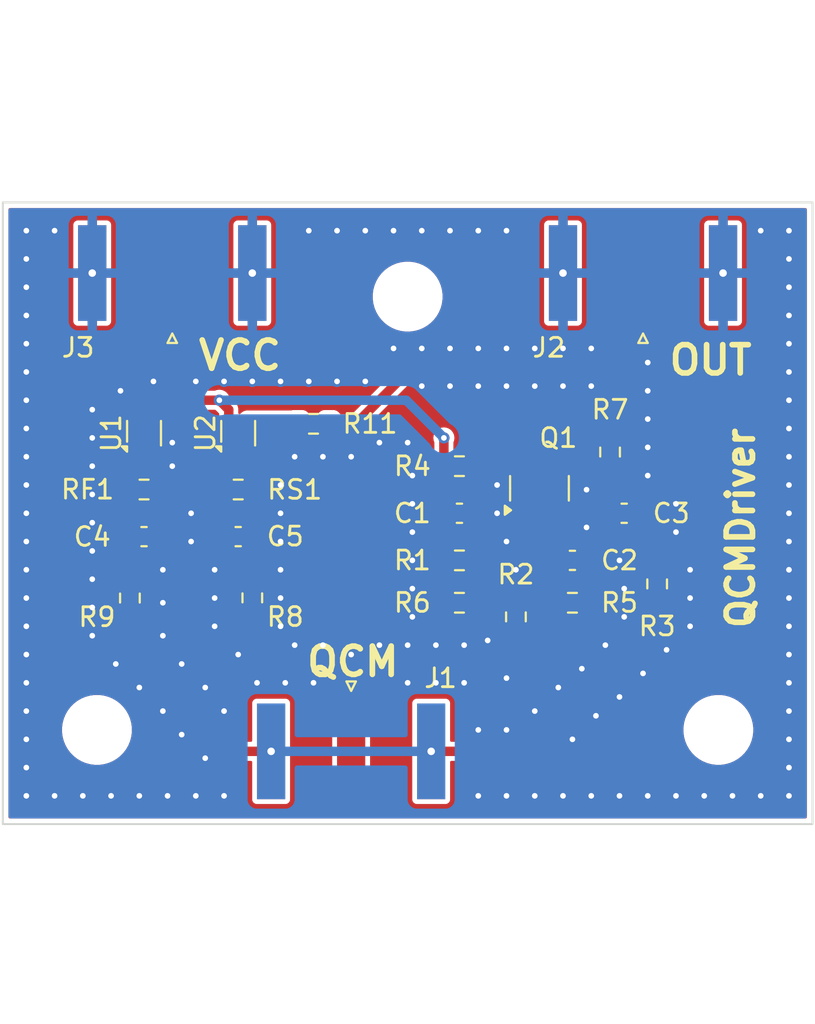
<source format=kicad_pcb>
(kicad_pcb (version 20241229) (generator "pcbnew") (generator_version "9.0")
  (layers (0 "F.Cu" signal) (2 "B.Cu" signal) (13 "F.Paste" user) (15 "B.Paste" user) (5 "F.SilkS" user "F.Silkscreen") (7 "B.SilkS" user "B.Silkscreen") (1 "F.Mask" user) (3 "B.Mask" user) (25 "Edge.Cuts" user))
  (net 0 "")
  (net 1 "/VCCOSC")
  (net 2 "GND")
  (net 3 "Net-(Q1-B)")
  (net 4 "Net-(Q1-C)")
  (net 5 "Net-(C4-Pad1)")
  (net 6 "Net-(C5-Pad1)")
  (net 7 "/QCMA")
  (net 8 "/QCMB")
  (net 9 "/OUT_OSC")
  (net 10 "Net-(R1-Pad2)")
  (net 11 "Net-(R11-Pad1)")
  (net 12 "Net-(RF1-Pad2)")
  (footprint "Connector_Coaxial:SMA_Amphenol_132289_EdgeMount" (layer "F.Cu") (at 113.25 89 90)
    (property "Reference" "J3" (at -3.96 -5 0) (layer "F.SilkS"))
    (property "Value" "Conn_Coaxial" (hide yes))
    (fp_line (start -3.71 -0.25) (end -3.71 0.25) (stroke (width 0.12)) (layer "F.SilkS"))
    (fp_line (start -3.21 0) (end -3.71 -0.25) (stroke (width 0.12)) (layer "F.SilkS"))
    (fp_line (start -3.71 0.25) (end -3.21 0) (stroke (width 0.12)) (layer "F.SilkS"))
    (pad "1" smd rect (at 0 0 180) (size 1.5 5.08) (layers "F.Cu" "F.Mask" "F.Paste") (net 1 "/VCCOSC"))
    (pad "2" smd rect (at 0 -4.25 180) (size 1.5 5.08) (layers "F.Cu" "F.Mask" "F.Paste") (net 2 "GND"))
    (pad "2" smd rect (at 0 -4.25 180) (size 1.5 5.08) (layers "B.Cu" "B.Mask" "B.Paste") (net 2 "GND"))
    (pad "2" smd rect (at 0 4.25 180) (size 1.5 5.08) (layers "F.Cu" "F.Mask" "F.Paste") (net 2 "GND"))
    (pad "2" smd rect (at 0 4.25 180) (size 1.5 5.08) (layers "B.Cu" "B.Mask" "B.Paste") (net 2 "GND"))
  )
  (footprint "Connector_Coaxial:SMA_Amphenol_132289_EdgeMount" (layer "F.Cu") (at 138.25 89 90)
    (property "Reference" "J2" (at -3.96 -5 0) (layer "F.SilkS"))
    (property "Value" "Conn_Coaxial" (hide yes))
    (fp_line (start -3.71 -0.25) (end -3.71 0.25) (stroke (width 0.12)) (layer "F.SilkS"))
    (fp_line (start -3.21 0) (end -3.71 -0.25) (stroke (width 0.12)) (layer "F.SilkS"))
    (fp_line (start -3.71 0.25) (end -3.21 0) (stroke (width 0.12)) (layer "F.SilkS"))
    (pad "1" smd rect (at 0 0 180) (size 1.5 5.08) (layers "F.Cu" "F.Mask" "F.Paste") (net 9 "/OUT_OSC"))
    (pad "2" smd rect (at 0 -4.25 180) (size 1.5 5.08) (layers "F.Cu" "F.Mask" "F.Paste") (net 2 "GND"))
    (pad "2" smd rect (at 0 -4.25 180) (size 1.5 5.08) (layers "B.Cu" "B.Mask" "B.Paste") (net 2 "GND"))
    (pad "2" smd rect (at 0 4.25 180) (size 1.5 5.08) (layers "F.Cu" "F.Mask" "F.Paste") (net 2 "GND"))
    (pad "2" smd rect (at 0 4.25 180) (size 1.5 5.08) (layers "B.Cu" "B.Mask" "B.Paste") (net 2 "GND"))
  )
  (footprint "Resistor_SMD:R_0603_1608Metric" (layer "F.Cu") (at 134.5 106.5)
    (property "Reference" "R5" (at 2.5 0 0) (layer "F.SilkS"))
    (property "Value" "47k")
    (fp_line (start -0.237258 -0.5225) (end 0.237258 -0.5225) (stroke (width 0.12)) (layer "F.SilkS"))
    (fp_line (start -0.237258 0.5225) (end 0.237258 0.5225) (stroke (width 0.12)) (layer "F.SilkS"))
    (pad "1" smd roundrect (at -0.825 0) (size 0.8 0.95) (layers "F.Cu" "F.Mask" "F.Paste") (net 10 "Net-(R1-Pad2)"))
    (pad "2" smd roundrect (at 0.825 0) (size 0.8 0.95) (layers "F.Cu" "F.Mask" "F.Paste") (net 3 "Net-(Q1-B)"))
  )
  (footprint "Resistor_SMD:R_0603_1608Metric" (layer "F.Cu") (at 131.5 107.25 90)
    (property "Reference" "R2" (at 2.25 0 180) (layer "F.SilkS"))
    (property "Value" "0")
    (fp_line (start -0.237258 -0.5225) (end 0.237258 -0.5225) (stroke (width 0.12)) (layer "F.SilkS"))
    (fp_line (start -0.237258 0.5225) (end 0.237258 0.5225) (stroke (width 0.12)) (layer "F.SilkS"))
    (pad "1" smd roundrect (at -0.825 0 90) (size 0.8 0.95) (layers "F.Cu" "F.Mask" "F.Paste") (net 7 "/QCMA"))
    (pad "2" smd roundrect (at 0.825 0 90) (size 0.8 0.95) (layers "F.Cu" "F.Mask" "F.Paste") (net 10 "Net-(R1-Pad2)"))
  )
  (footprint "Resistor_SMD:R_0603_1608Metric" (layer "F.Cu") (at 111 106.25 90)
    (property "Reference" "R9" (at -1.01 -1.75 0) (layer "F.SilkS"))
    (property "Value" "0")
    (fp_line (start -0.237258 -0.5225) (end 0.237258 -0.5225) (stroke (width 0.12)) (layer "F.SilkS"))
    (fp_line (start -0.237258 0.5225) (end 0.237258 0.5225) (stroke (width 0.12)) (layer "F.SilkS"))
    (pad "1" smd roundrect (at -0.825 0 90) (size 0.8 0.95) (layers "F.Cu" "F.Mask" "F.Paste") (net 8 "/QCMB"))
    (pad "2" smd roundrect (at 0.825 0 90) (size 0.8 0.95) (layers "F.Cu" "F.Mask" "F.Paste") (net 5 "Net-(C4-Pad1)"))
  )
  (footprint "Resistor_SMD:R_0603_1608Metric" (layer "F.Cu") (at 120.75 97)
    (property "Reference" "R11" (at 3 0 180) (layer "F.SilkS"))
    (property "Value" "0")
    (fp_line (start -0.237258 -0.5225) (end 0.237258 -0.5225) (stroke (width 0.12)) (layer "F.SilkS"))
    (fp_line (start -0.237258 0.5225) (end 0.237258 0.5225) (stroke (width 0.12)) (layer "F.SilkS"))
    (pad "1" smd roundrect (at -0.825 0) (size 0.8 0.95) (layers "F.Cu" "F.Mask" "F.Paste") (net 11 "Net-(R11-Pad1)"))
    (pad "2" smd roundrect (at 0.825 0) (size 0.8 0.95) (layers "F.Cu" "F.Mask" "F.Paste") (net 9 "/OUT_OSC"))
  )
  (footprint "Package_TO_SOT_SMD:SOT-553" (layer "F.Cu") (at 111.75 97.5 90)
    (property "Reference" "U1" (at 0 -1.74 90) (layer "F.SilkS"))
    (property "Value" "74LVC1GU04DRL")
    (fp_line (start 0.65 -0.9) (end -0.45 -0.9) (stroke (width 0.12)) (layer "F.SilkS"))
    (fp_line (start 0.65 0.9) (end -0.65 0.9) (stroke (width 0.12)) (layer "F.SilkS"))
    (fp_poly (pts (xy -0.7 -0.9) (xy -0.98 -0.9) (xy -0.7 -1.18) (xy -0.7 -0.9)) (stroke (width 0.12)) (fill yes) (layer "F.SilkS"))
    (pad "1" smd roundrect (at -0.7 -0.5 90) (size 0.45 0.3) (layers "F.Cu" "F.Mask" "F.Paste"))
    (pad "2" smd roundrect (at -0.7 0 90) (size 0.45 0.3) (layers "F.Cu" "F.Mask" "F.Paste") (net 5 "Net-(C4-Pad1)"))
    (pad "3" smd roundrect (at -0.7 0.5 90) (size 0.45 0.3) (layers "F.Cu" "F.Mask" "F.Paste") (net 2 "GND"))
    (pad "4" smd roundrect (at 0.7 0.5 90) (size 0.45 0.3) (layers "F.Cu" "F.Mask" "F.Paste") (net 12 "Net-(RF1-Pad2)"))
    (pad "5" smd roundrect (at 0.7 -0.5 90) (size 0.45 0.3) (layers "F.Cu" "F.Mask" "F.Paste") (net 1 "/VCCOSC"))
  )
  (footprint "Capacitor_SMD:C_0603_1608Metric" (layer "F.Cu") (at 116.75 102.99 180)
    (property "Reference" "C5" (at -2.5 0.01 0) (layer "F.SilkS"))
    (property "Value" "32p")
    (fp_line (start -0.14058 0.51) (end 0.14058 0.51) (stroke (width 0.12)) (layer "F.SilkS"))
    (fp_line (start -0.14058 -0.51) (end 0.14058 -0.51) (stroke (width 0.12)) (layer "F.SilkS"))
    (pad "1" smd roundrect (at -0.775 0 180) (size 0.9 0.95) (layers "F.Cu" "F.Mask" "F.Paste") (net 6 "Net-(C5-Pad1)"))
    (pad "2" smd roundrect (at 0.775 0 180) (size 0.9 0.95) (layers "F.Cu" "F.Mask" "F.Paste") (net 2 "GND"))
  )
  (footprint "Package_TO_SOT_SMD:SOT-23" (layer "F.Cu") (at 132.75 100.425 90)
    (property "Reference" "Q1" (at 2.675 1 180) (layer "F.SilkS"))
    (property "Value" "BC817")
    (fp_line (start 0 -1.56) (end 0.65 -1.56) (stroke (width 0.12)) (layer "F.SilkS"))
    (fp_line (start 0 -1.56) (end -0.65 -1.56) (stroke (width 0.12)) (layer "F.SilkS"))
    (fp_line (start 0 1.56) (end 0.65 1.56) (stroke (width 0.12)) (layer "F.SilkS"))
    (fp_line (start 0 1.56) (end -0.65 1.56) (stroke (width 0.12)) (layer "F.SilkS"))
    (fp_poly (pts (xy -1.1625 -1.51) (xy -1.4025 -1.84) (xy -0.9225 -1.84) (xy -1.1625 -1.51)) (stroke (width 0.12)) (fill yes) (layer "F.SilkS"))
    (pad "1" smd roundrect (at -0.9375 -0.95 90) (size 1.475 0.6) (layers "F.Cu" "F.Mask" "F.Paste") (net 3 "Net-(Q1-B)"))
    (pad "2" smd roundrect (at -0.9375 0.95 90) (size 1.475 0.6) (layers "F.Cu" "F.Mask" "F.Paste") (net 2 "GND"))
    (pad "3" smd roundrect (at 0.9375 0 90) (size 1.475 0.6) (layers "F.Cu" "F.Mask" "F.Paste") (net 4 "Net-(Q1-C)"))
  )
  (footprint "MountingHole:MountingHole_3.2mm_M3" (layer "F.Cu") (at 109.25 113.25)
    (property "Reference" "H3" (hide yes))
    (property "Value" "MountingHole")
    (pad "" np_thru_hole circle (at 0 0) (size 3.2 3.2) (drill 3.2) (layers "*.Cu" "*.Mask"))
  )
  (footprint "Capacitor_SMD:C_0603_1608Metric" (layer "F.Cu") (at 137.25 101.75)
    (property "Reference" "C3" (at 2.5 0 180) (layer "F.SilkS"))
    (property "Value" "27p")
    (fp_line (start -0.14058 -0.51) (end 0.14058 -0.51) (stroke (width 0.12)) (layer "F.SilkS"))
    (fp_line (start -0.14058 0.51) (end 0.14058 0.51) (stroke (width 0.12)) (layer "F.SilkS"))
    (pad "1" smd roundrect (at -0.775 0) (size 0.9 0.95) (layers "F.Cu" "F.Mask" "F.Paste") (net 4 "Net-(Q1-C)"))
    (pad "2" smd roundrect (at 0.775 0) (size 0.9 0.95) (layers "F.Cu" "F.Mask" "F.Paste") (net 2 "GND"))
  )
  (footprint "Resistor_SMD:R_0603_1608Metric" (layer "F.Cu") (at 128.5 104.25)
    (property "Reference" "R1" (at -2.5 0 180) (layer "F.SilkS"))
    (property "Value" "4.7k")
    (fp_line (start -0.237258 -0.5225) (end 0.237258 -0.5225) (stroke (width 0.12)) (layer "F.SilkS"))
    (fp_line (start -0.237258 0.5225) (end 0.237258 0.5225) (stroke (width 0.12)) (layer "F.SilkS"))
    (pad "1" smd roundrect (at -0.825 0) (size 0.8 0.95) (layers "F.Cu" "F.Mask" "F.Paste") (net 1 "/VCCOSC"))
    (pad "2" smd roundrect (at 0.825 0) (size 0.8 0.95) (layers "F.Cu" "F.Mask" "F.Paste") (net 10 "Net-(R1-Pad2)"))
  )
  (footprint "Resistor_SMD:R_0603_1608Metric" (layer "F.Cu") (at 111.75 100.49)
    (property "Reference" "RF1" (at -3 0 0) (layer "F.SilkS"))
    (property "Value" "2.2M")
    (fp_line (start -0.237258 -0.5225) (end 0.237258 -0.5225) (stroke (width 0.12)) (layer "F.SilkS"))
    (fp_line (start -0.237258 0.5225) (end 0.237258 0.5225) (stroke (width 0.12)) (layer "F.SilkS"))
    (pad "1" smd roundrect (at -0.825 0) (size 0.8 0.95) (layers "F.Cu" "F.Mask" "F.Paste") (net 5 "Net-(C4-Pad1)"))
    (pad "2" smd roundrect (at 0.825 0) (size 0.8 0.95) (layers "F.Cu" "F.Mask" "F.Paste") (net 12 "Net-(RF1-Pad2)"))
  )
  (footprint "Connector_Coaxial:SMA_Amphenol_132289_EdgeMount" (layer "F.Cu") (at 122.75 114.3875 -90)
    (property "Reference" "J1" (at -3.8875 -4.75 0) (layer "F.SilkS"))
    (property "Value" "Conn_Coaxial" (hide yes))
    (fp_line (start -3.71 0.25) (end -3.21 0) (stroke (width 0.12)) (layer "F.SilkS"))
    (fp_line (start -3.21 0) (end -3.71 -0.25) (stroke (width 0.12)) (layer "F.SilkS"))
    (fp_line (start -3.71 -0.25) (end -3.71 0.25) (stroke (width 0.12)) (layer "F.SilkS"))
    (pad "1" smd rect (at 0 0) (size 1.5 5.08) (layers "F.Cu" "F.Mask" "F.Paste") (net 7 "/QCMA"))
    (pad "2" smd rect (at 0 -4.25) (size 1.5 5.08) (layers "F.Cu" "F.Mask" "F.Paste") (net 8 "/QCMB"))
    (pad "2" smd rect (at 0 -4.25) (size 1.5 5.08) (layers "B.Cu" "B.Mask" "B.Paste") (net 8 "/QCMB"))
    (pad "2" smd rect (at 0 4.25) (size 1.5 5.08) (layers "F.Cu" "F.Mask" "F.Paste") (net 8 "/QCMB"))
    (pad "2" smd rect (at 0 4.25) (size 1.5 5.08) (layers "B.Cu" "B.Mask" "B.Paste") (net 8 "/QCMB"))
  )
  (footprint "MountingHole:MountingHole_3.2mm_M3" (layer "F.Cu") (at 125.75 90.25)
    (property "Reference" "H2" (hide yes))
    (property "Value" "MountingHole")
    (pad "" np_thru_hole circle (at 0 0) (size 3.2 3.2) (drill 3.2) (layers "*.Cu" "*.Mask"))
  )
  (footprint "Resistor_SMD:R_0603_1608Metric" (layer "F.Cu") (at 136.5 98.5 90)
    (property "Reference" "R7" (at 2.25 0 0) (layer "F.SilkS"))
    (property "Value" "0")
    (fp_line (start -0.237258 -0.5225) (end 0.237258 -0.5225) (stroke (width 0.12)) (layer "F.SilkS"))
    (fp_line (start -0.237258 0.5225) (end 0.237258 0.5225) (stroke (width 0.12)) (layer "F.SilkS"))
    (pad "1" smd roundrect (at -0.825 0 90) (size 0.8 0.95) (layers "F.Cu" "F.Mask" "F.Paste") (net 4 "Net-(Q1-C)"))
    (pad "2" smd roundrect (at 0.825 0 90) (size 0.8 0.95) (layers "F.Cu" "F.Mask" "F.Paste") (net 9 "/OUT_OSC"))
  )
  (footprint "Resistor_SMD:R_0603_1608Metric" (layer "F.Cu") (at 117.5 106.24 90)
    (property "Reference" "R8" (at -1.01 1.75 180) (layer "F.SilkS"))
    (property "Value" "0")
    (fp_line (start -0.237258 -0.5225) (end 0.237258 -0.5225) (stroke (width 0.12)) (layer "F.SilkS"))
    (fp_line (start -0.237258 0.5225) (end 0.237258 0.5225) (stroke (width 0.12)) (layer "F.SilkS"))
    (pad "1" smd roundrect (at -0.825 0 90) (size 0.8 0.95) (layers "F.Cu" "F.Mask" "F.Paste") (net 7 "/QCMA"))
    (pad "2" smd roundrect (at 0.825 0 90) (size 0.8 0.95) (layers "F.Cu" "F.Mask" "F.Paste") (net 6 "Net-(C5-Pad1)"))
  )
  (footprint "Resistor_SMD:R_0603_1608Metric" (layer "F.Cu") (at 139 105.5 90)
    (property "Reference" "R3" (at -2.25 0 180) (layer "F.SilkS"))
    (property "Value" "0")
    (fp_line (start -0.237258 -0.5225) (end 0.237258 -0.5225) (stroke (width 0.12)) (layer "F.SilkS"))
    (fp_line (start -0.237258 0.5225) (end 0.237258 0.5225) (stroke (width 0.12)) (layer "F.SilkS"))
    (pad "1" smd roundrect (at -0.825 0 90) (size 0.8 0.95) (layers "F.Cu" "F.Mask" "F.Paste") (net 8 "/QCMB"))
    (pad "2" smd roundrect (at 0.825 0 90) (size 0.8 0.95) (layers "F.Cu" "F.Mask" "F.Paste") (net 4 "Net-(Q1-C)"))
  )
  (footprint "MountingHole:MountingHole_3.2mm_M3" (layer "F.Cu") (at 142.25 113.25)
    (property "Reference" "H1" (hide yes))
    (property "Value" "MountingHole")
    (pad "" np_thru_hole circle (at 0 0) (size 3.2 3.2) (drill 3.2) (layers "*.Cu" "*.Mask"))
  )
  (footprint "Package_TO_SOT_SMD:SOT-553" (layer "F.Cu") (at 116.75 97.5 90)
    (property "Reference" "U2" (at 0 -1.74 90) (layer "F.SilkS"))
    (property "Value" "74LVC1GU04DRL")
    (fp_line (start 0.65 -0.9) (end -0.45 -0.9) (stroke (width 0.12)) (layer "F.SilkS"))
    (fp_line (start 0.65 0.9) (end -0.65 0.9) (stroke (width 0.12)) (layer "F.SilkS"))
    (fp_poly (pts (xy -0.7 -0.9) (xy -0.98 -0.9) (xy -0.7 -1.18) (xy -0.7 -0.9)) (stroke (width 0.12)) (fill yes) (layer "F.SilkS"))
    (pad "1" smd roundrect (at -0.7 -0.5 90) (size 0.45 0.3) (layers "F.Cu" "F.Mask" "F.Paste"))
    (pad "2" smd roundrect (at -0.7 0 90) (size 0.45 0.3) (layers "F.Cu" "F.Mask" "F.Paste") (net 12 "Net-(RF1-Pad2)"))
    (pad "3" smd roundrect (at -0.7 0.5 90) (size 0.45 0.3) (layers "F.Cu" "F.Mask" "F.Paste") (net 2 "GND"))
    (pad "4" smd roundrect (at 0.7 0.5 90) (size 0.45 0.3) (layers "F.Cu" "F.Mask" "F.Paste") (net 11 "Net-(R11-Pad1)"))
    (pad "5" smd roundrect (at 0.7 -0.5 90) (size 0.45 0.3) (layers "F.Cu" "F.Mask" "F.Paste") (net 1 "/VCCOSC"))
  )
  (footprint "Capacitor_SMD:C_0603_1608Metric" (layer "F.Cu") (at 134.5 104.25)
    (property "Reference" "C2" (at 2.5 0 180) (layer "F.SilkS"))
    (property "Value" "100p")
    (fp_line (start -0.14058 -0.51) (end 0.14058 -0.51) (stroke (width 0.12)) (layer "F.SilkS"))
    (fp_line (start -0.14058 0.51) (end 0.14058 0.51) (stroke (width 0.12)) (layer "F.SilkS"))
    (pad "1" smd roundrect (at -0.775 0) (size 0.9 0.95) (layers "F.Cu" "F.Mask" "F.Paste") (net 3 "Net-(Q1-B)"))
    (pad "2" smd roundrect (at 0.775 0) (size 0.9 0.95) (layers "F.Cu" "F.Mask" "F.Paste") (net 2 "GND"))
  )
  (footprint "Resistor_SMD:R_0603_1608Metric" (layer "F.Cu") (at 116.75 100.49)
    (property "Reference" "RS1" (at 3 0.01 0) (layer "F.SilkS"))
    (property "Value" "1k")
    (fp_line (start -0.237258 -0.5225) (end 0.237258 -0.5225) (stroke (width 0.12)) (layer "F.SilkS"))
    (fp_line (start -0.237258 0.5225) (end 0.237258 0.5225) (stroke (width 0.12)) (layer "F.SilkS"))
    (pad "1" smd roundrect (at -0.825 0) (size 0.8 0.95) (layers "F.Cu" "F.Mask" "F.Paste") (net 12 "Net-(RF1-Pad2)"))
    (pad "2" smd roundrect (at 0.825 0) (size 0.8 0.95) (layers "F.Cu" "F.Mask" "F.Paste") (net 6 "Net-(C5-Pad1)"))
  )
  (footprint "Resistor_SMD:R_0603_1608Metric" (layer "F.Cu") (at 128.5 99.25)
    (property "Reference" "R4" (at -2.5 0 180) (layer "F.SilkS"))
    (property "Value" "1k")
    (fp_line (start -0.237258 -0.5225) (end 0.237258 -0.5225) (stroke (width 0.12)) (layer "F.SilkS"))
    (fp_line (start -0.237258 0.5225) (end 0.237258 0.5225) (stroke (width 0.12)) (layer "F.SilkS"))
    (pad "1" smd roundrect (at -0.825 0) (size 0.8 0.95) (layers "F.Cu" "F.Mask" "F.Paste") (net 1 "/VCCOSC"))
    (pad "2" smd roundrect (at 0.825 0) (size 0.8 0.95) (layers "F.Cu" "F.Mask" "F.Paste") (net 4 "Net-(Q1-C)"))
  )
  (footprint "Capacitor_SMD:C_0603_1608Metric" (layer "F.Cu") (at 111.75 102.99)
    (property "Reference" "C4" (at -2.75 0.01 0) (layer "F.SilkS"))
    (property "Value" "32p")
    (fp_line (start -0.14058 -0.51) (end 0.14058 -0.51) (stroke (width 0.12)) (layer "F.SilkS"))
    (fp_line (start -0.14058 0.51) (end 0.14058 0.51) (stroke (width 0.12)) (layer "F.SilkS"))
    (pad "1" smd roundrect (at -0.775 0) (size 0.9 0.95) (layers "F.Cu" "F.Mask" "F.Paste") (net 5 "Net-(C4-Pad1)"))
    (pad "2" smd roundrect (at 0.775 0) (size 0.9 0.95) (layers "F.Cu" "F.Mask" "F.Paste") (net 2 "GND"))
  )
  (footprint "Resistor_SMD:R_0603_1608Metric" (layer "F.Cu") (at 128.5 106.5 180)
    (property "Reference" "R6" (at 2.5 0 180) (layer "F.SilkS"))
    (property "Value" "1.5k")
    (fp_line (start -0.237258 0.5225) (end 0.237258 0.5225) (stroke (width 0.12)) (layer "F.SilkS"))
    (fp_line (start -0.237258 -0.5225) (end 0.237258 -0.5225) (stroke (width 0.12)) (layer "F.SilkS"))
    (pad "1" smd roundrect (at -0.825 0 180) (size 0.8 0.95) (layers "F.Cu" "F.Mask" "F.Paste") (net 10 "Net-(R1-Pad2)"))
    (pad "2" smd roundrect (at 0.825 0 180) (size 0.8 0.95) (layers "F.Cu" "F.Mask" "F.Paste") (net 2 "GND"))
  )
  (footprint "Capacitor_SMD:C_0603_1608Metric" (layer "F.Cu") (at 128.5 101.75)
    (property "Reference" "C1" (at -2.5 0 180) (layer "F.SilkS"))
    (property "Value" "100n")
    (fp_line (start -0.14058 -0.51) (end 0.14058 -0.51) (stroke (width 0.12)) (layer "F.SilkS"))
    (fp_line (start -0.14058 0.51) (end 0.14058 0.51) (stroke (width 0.12)) (layer "F.SilkS"))
    (pad "1" smd roundrect (at -0.775 0) (size 0.9 0.95) (layers "F.Cu" "F.Mask" "F.Paste") (net 1 "/VCCOSC"))
    (pad "2" smd roundrect (at 0.775 0) (size 0.9 0.95) (layers "F.Cu" "F.Mask" "F.Paste") (net 2 "GND"))
  )
  (gr_rect (start 104.25 85.25) (end 147.25 118.25) (stroke (width 0.1)) (fill no) (layer "Edge.Cuts"))
  (gr_text "OUT" (at 139.5 94.5 0) (layer "F.SilkS") (effects (font (size 1.5 1.5) (thickness 0.3) (bold yes)) (justify left bottom)))
  (gr_text "QCM" (at 120.25 110.5 0) (layer "F.SilkS") (effects (font (size 1.5 1.5) (thickness 0.3) (bold yes)) (justify left bottom)))
  (gr_text "VCC" (at 114.5 94.25 0) (layer "F.SilkS") (effects (font (size 1.5 1.5) (thickness 0.3) (bold yes)) (justify left bottom)))
  (gr_text "QCMDriver\n" (at 144.25 108 90) (layer "F.SilkS") (effects (font (size 1.4 1.4) (thickness 0.3) (bold yes)) (justify left bottom)))
  (segment (start 127.675 101.8) (end 127.725 101.75) (width 0.25) (layer "F.Cu") (net 1))
  (segment (start 113.25 95.75) (end 113.5 95.75) (width 0.5) (layer "F.Cu") (net 1))
  (segment (start 111.25 96.8) (end 111.25 96.25) (width 0.5) (layer "F.Cu") (net 1))
  (segment (start 127.675 104.25) (end 127.675 101.8) (width 0.5) (layer "F.Cu") (net 1))
  (segment (start 111.25 96.25) (end 111.75 95.75) (width 0.5) (layer "F.Cu") (net 1))
  (segment (start 113.25 89) (end 113.25 95.5) (width 0.5) (layer "F.Cu") (net 1))
  (segment (start 127.675 99.25) (end 127.675 97.75) (width 0.5) (layer "F.Cu") (net 1))
  (segment (start 113.5 95.75) (end 115.75 95.75) (width 0.5) (layer "F.Cu") (net 1))
  (segment (start 111.75 95.75) (end 113 95.75) (width 0.5) (layer "F.Cu") (net 1))
  (segment (start 127.725 101.75) (end 127.725 99.3) (width 0.5) (layer "F.Cu") (net 1))
  (segment (start 116.25 96.25) (end 116.25 96.8) (width 0.5) (layer "F.Cu") (net 1))
  (segment (start 113.25 95.5) (end 113.5 95.75) (width 0.5) (layer "F.Cu") (net 1))
  (segment (start 115.75 95.75) (end 116.25 96.25) (width 0.5) (layer "F.Cu") (net 1))
  (segment (start 113 95.75) (end 113.25 95.75) (width 0.5) (layer "F.Cu") (net 1))
  (segment (start 113.25 95.5) (end 113 95.75) (width 0.5) (layer "F.Cu") (net 1))
  (segment (start 127.725 99.3) (end 127.675 99.25) (width 0.25) (layer "F.Cu") (net 1))
  (via (at 115.75 95.75) (size 0.6) (drill 0.3) (layers "F.Cu" "B.Cu") (net 1))
  (via (at 127.675 97.75) (size 0.6) (drill 0.3) (layers "F.Cu" "B.Cu") (net 1))
  (segment (start 125.675 95.75) (end 127.675 97.75) (width 0.5) (layer "B.Cu") (net 1))
  (segment (start 115.75 95.75) (end 125.675 95.75) (width 0.5) (layer "B.Cu") (net 1))
  (via (at 129.5 86.75) (size 0.6) (drill 0.3) (layers "F.Cu" "B.Cu") (net 2))
  (via (at 135.75 112.5) (size 0.6) (drill 0.3) (layers "F.Cu" "B.Cu") (net 2))
  (via (at 128 86.75) (size 0.6) (drill 0.3) (layers "F.Cu" "B.Cu") (net 2))
  (via (at 109 106.75) (size 0.6) (drill 0.3) (layers "F.Cu" "B.Cu") (net 2))
  (via (at 133.75 111) (size 0.6) (drill 0.3) (layers "F.Cu" "B.Cu") (net 2))
  (via (at 126 107.25) (size 0.6) (drill 0.3) (layers "F.Cu" "B.Cu") (net 2))
  (via (at 131 113.25) (size 0.6) (drill 0.3) (layers "F.Cu" "B.Cu") (net 2))
  (via (at 109 99.25) (size 0.6) (drill 0.3) (layers "F.Cu" "B.Cu") (net 2))
  (via (at 105.5 109.25) (size 0.6) (drill 0.3) (layers "F.Cu" "B.Cu") (net 2))
  (via (at 140 101.25) (size 0.6) (drill 0.3) (layers "F.Cu" "B.Cu") (net 2))
  (via (at 135.25 102.5) (size 0.6) (drill 0.3) (layers "F.Cu" "B.Cu") (net 2))
  (via (at 139.5 109) (size 0.6) (drill 0.3) (layers "F.Cu" "B.Cu") (net 2))
  (via (at 113 116.75) (size 0.6) (drill 0.3) (layers "F.Cu" "B.Cu") (net 2))
  (via (at 131 103.25) (size 0.6) (drill 0.3) (layers "F.Cu" "B.Cu") (net 2))
  (via (at 109 100.75) (size 0.6) (drill 0.3) (layers "F.Cu" "B.Cu") (net 2))
  (via (at 146 97.25) (size 0.6) (drill 0.3) (layers "F.Cu" "B.Cu") (net 2))
  (via (at 146 113.75) (size 0.6) (drill 0.3) (layers "F.Cu" "B.Cu") (net 2))
  (via (at 122 86.75) (size 0.6) (drill 0.3) (layers "F.Cu" "B.Cu") (net 2))
  (via (at 112.75 106.5) (size 0.6) (drill 0.3) (layers "F.Cu" "B.Cu") (net 2))
  (via (at 126 99.75) (size 0.6) (drill 0.3) (layers "F.Cu" "B.Cu") (net 2))
  (via (at 129.5 116.75) (size 0.6) (drill 0.3) (layers "F.Cu" "B.Cu") (net 2))
  (via (at 110 116.75) (size 0.6) (drill 0.3) (layers "F.Cu" "B.Cu") (net 2))
  (via (at 129.5 93) (size 0.6) (drill 0.3) (layers "F.Cu" "B.Cu") (net 2))
  (via (at 115 114.75) (size 0.6) (drill 0.3) (layers "F.Cu" "B.Cu") (net 2))
  (via (at 122.75 98.75) (size 0.6) (drill 0.3) (layers "F.Cu" "B.Cu") (net 2))
  (via (at 116.75 109.25) (size 0.6) (drill 0.3) (layers "F.Cu" "B.Cu") (net 2))
  (via (at 146 116.75) (size 0.6) (drill 0.3) (layers "F.Cu" "B.Cu") (net 2))
  (via (at 143 116.75) (size 0.6) (drill 0.3) (layers "F.Cu" "B.Cu") (net 2))
  (via (at 131.5 104.75) (size 0.6) (drill 0.3) (layers "F.Cu" "B.Cu") (net 2))
  (via (at 126 104.25) (size 0.6) (drill 0.3) (layers "F.Cu" "B.Cu") (net 2))
  (via (at 132.5 112.25) (size 0.6) (drill 0.3) (layers "F.Cu" "B.Cu") (net 2))
  (via (at 137 104.25) (size 0.6) (drill 0.3) (layers "F.Cu" "B.Cu") (net 2))
  (via (at 108.5 116.75) (size 0.6) (drill 0.3) (layers "F.Cu" "B.Cu") (net 2))
  (via (at 115 111) (size 0.6) (drill 0.3) (layers "F.Cu" "B.Cu") (net 2))
  (via (at 146 103.25) (size 0.6) (drill 0.3) (layers "F.Cu" "B.Cu") (net 2))
  (via (at 109 96.25) (size 0.6) (drill 0.3) (layers "F.Cu" "B.Cu") (net 2))
  (via (at 117.75 110.75) (size 0.6) (drill 0.3) (layers "F.Cu" "B.Cu") (net 2))
  (via (at 146 100.25) (size 0.6) (drill 0.3) (layers "F.Cu" "B.Cu") (net 2))
  (via (at 105.5 112.25) (size 0.6) (drill 0.3) (layers "F.Cu" "B.Cu") (net 2))
  (via (at 138.5 99.75) (size 0.6) (drill 0.3) (layers "F.Cu" "B.Cu") (net 2))
  (via (at 119 94.75) (size 0.6) (drill 0.3) (layers "F.Cu" "B.Cu") (net 2))
  (via (at 135.5 116.75) (size 0.6) (drill 0.3) (layers "F.Cu" "B.Cu") (net 2))
  (via (at 107 86.75) (size 0.6) (drill 0.3) (layers "F.Cu" "B.Cu") (net 2))
  (via (at 116 112.25) (size 0.6) (drill 0.3) (layers "F.Cu" "B.Cu") (net 2))
  (via (at 114.25 101.75) (size 0.6) (drill 0.3) (layers "F.Cu" "B.Cu") (net 2))
  (via (at 117.5 94.75) (size 0.6) (drill 0.3) (layers "F.Cu" "B.Cu") (net 2))
  (via (at 136.25 108.75) (size 0.6) (drill 0.3) (layers "F.Cu" "B.Cu") (net 2))
  (via (at 126.5 86.75) (size 0.6) (drill 0.3) (layers "F.Cu" "B.Cu") (net 2))
  (via (at 114.25 103.25) (size 0.6) (drill 0.3) (layers "F.Cu" "B.Cu") (net 2))
  (via (at 116 116.75) (size 0.6) (drill 0.3) (layers "F.Cu" "B.Cu") (net 2))
  (via (at 111.5 116.75) (size 0.6) (drill 0.3) (layers "F.Cu" "B.Cu") (net 2))
  (via (at 109 97.75) (size 0.6) (drill 0.3) (layers "F.Cu" "B.Cu") (net 2))
  (via (at 135.5 95) (size 0.6) (drill 0.3) (layers "F.Cu" "B.Cu") (net 2))
  (via (at 137 111.5) (size 0.6) (drill 0.3) (layers "F.Cu" "B.Cu") (net 2))
  (via (at 140.75 107.75) (size 0.6) (drill 0.3) (layers "F.Cu" "B.Cu") (net 2))
  (via (at 109 108.25) (size 0.6) (drill 0.3) (layers "F.Cu" "B.Cu") (net 2))
  (via (at 140.75 104.75) (size 0.6) (drill 0.3) (layers "F.Cu" "B.Cu") (net 2))
  (via (at 112.75 104.75) (size 0.6) (drill 0.3) (layers "F.Cu" "B.Cu") (net 2))
  (via (at 105.5 95.75) (size 0.6) (drill 0.3) (layers "F.Cu" "B.Cu") (net 2))
  (via (at 146 104.75) (size 0.6) (drill 0.3) (layers "F.Cu" "B.Cu") (net 2))
  (via (at 117.5 89) (size 0.8) (drill 0.4) (layers "F.Cu" "B.Cu") (net 2))
  (via (at 113.25 98) (size 0.6) (drill 0.3) (layers "F.Cu" "B.Cu") (net 2))
  (via (at 113.75 113.5) (size 0.6) (drill 0.3) (layers "F.Cu" "B.Cu") (net 2))
  (via (at 141.5 116.75) (size 0.6) (drill 0.3) (layers "F.Cu" "B.Cu") (net 2))
  (via (at 146 115.25) (size 0.6) (drill 0.3) (layers "F.Cu" "B.Cu") (net 2))
  (via (at 105.5 89.75) (size 0.6) (drill 0.3) (layers "F.Cu" "B.Cu") (net 2))
  (via (at 105.5 115.25) (size 0.6) (drill 0.3) (layers "F.Cu" "B.Cu") (net 2))
  (via (at 105.5 86.75) (size 0.6) (drill 0.3) (layers "F.Cu" "B.Cu") (net 2))
  (via (at 138.5 93.75) (size 0.6) (drill 0.3) (layers "F.Cu" "B.Cu") (net 2))
  (via (at 109 103.75) (size 0.6) (drill 0.3) (layers "F.Cu" "B.Cu") (net 2))
  (via (at 113.25 99.25) (size 0.6) (drill 0.3) (layers "F.Cu" "B.Cu") (net 2))
  (via (at 110.25 109.75) (size 0.6) (drill 0.3) (layers "F.Cu" "B.Cu") (net 2))
  (via (at 119 106.25) (size 0.6) (drill 0.3) (layers "F.Cu" "B.Cu") (net 2))
  (via (at 138.5 116.75) (size 0.6) (drill 0.3) (layers "F.Cu" "B.Cu") (net 2))
  (via (at 138.25 110.25) (size 0.6) (drill 0.3) (layers "F.Cu" "B.Cu") (net 2))
  (via (at 138.5 95.25) (size 0.6) (drill 0.3) (layers "F.Cu" "B.Cu") (net 2))
  (via (at 125.75 98) (size 0.6) (drill 0.3) (layers "F.Cu" "B.Cu") (net 2))
  (via (at 119 107.75) (size 0.6) (drill 0.3) (layers "F.Cu" "B.Cu") (net 2))
  (via (at 115.5 106.25) (size 0.6) (drill 0.3) (layers "F.Cu" "B.Cu") (net 2))
  (via (at 127.25 108.75) (size 0.6) (drill 0.3) (layers "F.Cu" "B.Cu") (net 2))
  (via (at 146 98.75) (size 0.6) (drill 0.3) (layers "F.Cu" "B.Cu") (net 2))
  (via (at 119 100.25) (size 0.6) (drill 0.3) (layers "F.Cu" "B.Cu") (net 2))
  (via (at 126 101.25) (size 0.6) (drill 0.3) (layers "F.Cu" "B.Cu") (net 2))
  (via (at 124.25 108.75) (size 0.6) (drill 0.3) (layers "F.Cu" "B.Cu") (net 2))
  (via (at 146 89.75) (size 0.6) (drill 0.3) (layers "F.Cu" "B.Cu") (net 2))
  (via (at 105.5 100.25) (size 0.6) (drill 0.3) (layers "F.Cu" "B.Cu") (net 2))
  (via (at 134.5 113.75) (size 0.6) (drill 0.3) (layers "F.Cu" "B.Cu") (net 2))
  (via (at 112.75 112.25) (size 0.6) (drill 0.3) (layers "F.Cu" "B.Cu") (net 2))
  (via (at 146 94.25) (size 0.6) (drill 0.3) (layers "F.Cu" "B.Cu") (net 2))
  (via (at 129.5 113.25) (size 0.6) (drill 0.3) (layers "F.Cu" "B.Cu") (net 2))
  (via (at 114.5 94.75) (size 0.6) (drill 0.3) (layers "F.Cu" "B.Cu") (net 2))
  (via (at 105.5 98.75) (size 0.6) (drill 0.3) (layers "F.Cu" "B.Cu") (net 2))
  (via (at 146 88.25) (size 0.6) (drill 0.3) (layers "F.Cu" "B.Cu") (net 2))
  (via (at 112.25 94.75) (size 0.6) (drill 0.3) (layers "F.Cu" "B.Cu") (net 2))
  (via (at 109 105.25) (size 0.6) (drill 0.3) (layers "F.Cu" "B.Cu") (net 2))
  (via (at 146 92.75) (size 0.6) (drill 0.3) (layers "F.Cu" "B.Cu") (net 2))
  (via (at 130 108.5) (size 0.6) (drill 0.3) (layers "F.Cu" "B.Cu") (net 2))
  (via (at 129.5 95) (size 0.6) (drill 0.3) (layers "F.Cu" "B.Cu") (net 2))
  (via (at 107 116.75) (size 0.6) (drill 0.3) (layers "F.Cu" "B.Cu") (net 2))
  (via (at 121.25 98.75) (size 0.6) (drill 0.3) (layers "F.Cu" "B.Cu") (net 2))
  (via (at 105.5 97.25) (size 0.6) (drill 0.3) (layers "F.Cu" "B.Cu") (net 2))
  (via (at 120.75 110.75) (size 0.6) (drill 0.3) (layers "F.Cu" "B.Cu") (net 2))
  (via (at 132.5 95) (size 0.6) (drill 0.3) (layers "F.Cu" "B.Cu") (net 2))
  (via (at 137 116.75) (size 0.6) (drill 0.3) (layers "F.Cu" "B.Cu") (net 2))
  (via (at 112.75 108.25) (size 0.6) (drill 0.3) (layers "F.Cu" "B.Cu") (net 2))
  (via (at 127.25 110.75) (size 0.6) (drill 0.3) (layers "F.Cu" "B.Cu") (net 2))
  (via (at 130.5 100.25) (size 0.6) (drill 0.3) (layers "F.Cu" "B.Cu") (net 2))
  (via (at 137.25 105.75) (size 0.6) (drill 0.3) (layers "F.Cu" "B.Cu") (net 2))
  (via (at 146 95.75) (size 0.6) (drill 0.3) (layers "F.Cu" "B.Cu") (net 2))
  (via (at 105.5 104.75) (size 0.6) (drill 0.3) (layers "F.Cu" "B.Cu") (net 2))
  (via (at 122 94.75) (size 0.6) (drill 0.3) (layers "F.Cu" "B.Cu") (net 2))
  (via (at 146 107.75) (size 0.6) (drill 0.3) (layers "F.Cu" "B.Cu") (net 2))
  (via (at 105.5 113.75) (size 0.6) (drill 0.3) (layers "F.Cu" "B.Cu") (net 2))
  (via (at 105.5 101.75) (size 0.6) (drill 0.3) (layers "F.Cu" "B.Cu") (net 2))
  (via (at 131 116.75) (size 0.6) (drill 0.3) (layers "F.Cu" "B.Cu") (net 2))
  (via (at 146 112.25) (size 0.6) (drill 0.3) (layers "F.Cu" "B.Cu") (net 2))
  (via (at 105.5 106.25) (size 0.6) (drill 0.3) (layers "F.Cu" "B.Cu") (net 2))
  (via (at 134 95) (size 0.6) (drill 0.3) (layers "F.Cu" "B.Cu") (net 2))
  (via (at 128 93) (size 0.6) (drill 0.3) (layers "F.Cu" "B.Cu") (net 2))
  (via (at 113.75 109.75) (size 0.6) (drill 0.3) (layers "F.Cu" "B.Cu") (net 2))
  (via (at 109 102.25) (size 0.6) (drill 0.3) (layers "F.Cu" "B.Cu") (net 2))
  (via (at 138.5 98.25) (size 0.6) (drill 0.3) (layers "F.Cu" "B.Cu") (net 2))
  (via (at 140 116.75) (size 0.6) (drill 0.3) (layers "F.Cu" "B.Cu") (net 2))
  (via (at 135 110) (size 0.6) (drill 0.3) (layers "F.Cu" "B.Cu") (net 2))
  (via (at 140.75 106.25) (size 0.6) (drill 0.3) (layers "F.Cu" "B.Cu") (net 2))
  (via (at 120.5 94.75) (size 0.6) (drill 0.3) (layers "F.Cu" "B.Cu") (net 2))
  (via (at 123.5 86.75) (size 0.6) (drill 0.3) (layers "F.Cu" "B.Cu") (net 2))
  (via (at 105.5 91.25) (size 0.6) (drill 0.3) (layers "F.Cu" "B.Cu") (net 2))
  (via (at 115.5 104.75) (size 0.6) (drill 0.3) (layers "F.Cu" "B.Cu") (net 2))
  (via (at 124.25 98) (size 0.6) (drill 0.3) (layers "F.Cu" "B.Cu") (net 2))
  (via (at 131 95) (size 0.6) (drill 0.3) (layers "F.Cu" "B.Cu") (net 2))
  (via (at 125.75 108.75) (size 0.6) (drill 0.3) (layers "F.Cu" "B.Cu") (net 2))
  (via (at 146 86.75) (size 0.6) (drill 0.3) (layers "F.Cu" "B.Cu") (net 2))
  (via (at 134 116.75) (size 0.6) (drill 0.3) (layers "F.Cu" "B.Cu") (net 2))
  (via (at 126.5 95) (size 0.6) (drill 0.3) (layers "F.Cu" "B.Cu") (net 2))
  (via (at 122.75 109.25) (size 0.6) (drill 0.3) (layers "F.Cu" "B.Cu") (net 2))
  (via (at 146 110.75) (size 0.6) (drill 0.3) (layers "F.Cu" "B.Cu") (net 2))
  (via (at 105.5 107.75) (size 0.6) (drill 0.3) (layers "F.Cu" "B.Cu") (net 2))
  (via (at 123.5 94.75) (size 0.6) (drill 0.3) (layers "F.Cu" "B.Cu") (net 2))
  (via (at 146 101.75) (size 0.6) (drill 0.3) (layers "F.Cu" "B.Cu") (net 2))
  (via (at 128.75 108.75) (size 0.6) (drill 0.3) (layers "F.Cu" "B.Cu") (net 2))
  (via (at 131 110.5) (size 0.6) (drill 0.3) (layers "F.Cu" "B.Cu") (net 2))
  (via (at 105.5 94.25) (size 0.6) (drill 0.3) (layers "F.Cu" "B.Cu") (net 2))
  (via (at 119.25 110.75) (size 0.6) (drill 0.3) (layers "F.Cu" "B.Cu") (net 2))
  (via (at 144.5 116.75) (size 0.6) (drill 0.3) (layers "F.Cu" "B.Cu") (net 2))
  (via (at 138.5 96.75) (size 0.6) (drill 0.3) (layers "F.Cu" "B.Cu") (net 2))
  (via (at 146 91.25) (size 0.6) (drill 0.3) (layers "F.Cu" "B.Cu") (net 2))
  (via (at 111.5 111) (size 0.6) (drill 0.3) (layers "F.Cu" "B.Cu") (net 2))
  (via (at 132.5 93) (size 0.6) (drill 0.3) (layers "F.Cu" "B.Cu") (net 2))
  (via (at 119 104.75) (size 0.6) (drill 0.3) (layers "F.Cu" "B.Cu") (net 2))
  (via (at 109 89) (size 0.8) (drill 0.4) (layers "F.Cu" "B.Cu") (net 2))
  (via (at 110.5 95.25) (size 0.6) (drill 0.3) (layers "F.Cu" "B.Cu") (net 2))
  (via (at 119.75 98.75) (size 0.6) (drill 0.3) (layers "F.Cu" "B.Cu") (net 2))
  (via (at 125 86.75) (size 0.6) (drill 0.3) (layers "F.Cu" "B.Cu") (net 2))
  (via (at 119 101.75) (size 0.6) (drill 0.3) (layers "F.Cu" "B.Cu") (net 2))
  (via (at 114.5 116.75) (size 0.6) (drill 0.3) (layers "F.Cu" "B.Cu") (net 2))
  (via (at 140 102.75) (size 0.6) (drill 0.3) (layers "F.Cu" "B.Cu") (net 2))
  (via (at 131 93) (size 0.6) (drill 0.3) (layers "F.Cu" "B.Cu") (net 2))
  (via (at 105.5 110.75) (size 0.6) (drill 0.3) (layers "F.Cu" "B.Cu") (net 2))
  (via (at 131 86.75) (size 0.6) (drill 0.3) (layers "F.Cu" "B.Cu") (net 2))
  (via (at 119 103.25) (size 0.6) (drill 0.3) (layers "F.Cu" "B.Cu") (net 2))
  (via (at 130.5 101.75) (size 0.6) (drill 0.3) (layers "F.Cu" "B.Cu") (net 2))
  (via (at 105.5 88.25) (size 0.6) (drill 0.3) (layers "F.Cu" "B.Cu") (net 2))
  (via (at 105.5 103.25) (size 0.6) (drill 0.3) (layers "F.Cu" "B.Cu") (net 2))
  (via (at 146 106.25) (size 0.6) (drill 0.3) (layers "F.Cu" "B.Cu") (net 2))
  (via (at 128.75 110.75) (size 0.6) (drill 0.3) (layers "F.Cu" "B.Cu") (net 2))
  (via (at 105.5 116.75) (size 0.6) (drill 0.3) (layers "F.Cu" "B.Cu") (net 2))
  (via (at 128 95) (size 0.6) (drill 0.3) (layers "F.Cu" "B.Cu") (net 2))
  (via (at 142.5 89) (size 0.8) (drill 0.4) (layers "F.Cu" "B.Cu") (net 2))
  (via (at 119.75 108.75) (size 0.6) (drill 0.3) (layers "F.Cu" "B.Cu") (net 2))
  (via (at 121.25 108.75) (size 0.6) (drill 0.3) (layers "F.Cu" "B.Cu") (net 2))
  (via (at 125.75 110.75) (size 0.6) (drill 0.3) (layers "F.Cu" "B.Cu") (net 2))
  (via (at 115.5 107.75) (size 0.6) (drill 0.3) (layers "F.Cu" "B.Cu") (net 2))
  (via (at 137.25 107.25) (size 0.6) (drill 0.3) (layers "F.Cu" "B.Cu") (net 2))
  (via (at 146 109.25) (size 0.6) (drill 0.3) (layers "F.Cu" "B.Cu") (net 2))
  (via (at 116 94.75) (size 0.6) (drill 0.3) (layers "F.Cu" "B.Cu") (net 2))
  (via (at 105.5 92.75) (size 0.6) (drill 0.3) (layers "F.Cu" "B.Cu") (net 2))
  (via (at 126 105.75) (size 0.6) (drill 0.3) (layers "F.Cu" "B.Cu") (net 2))
  (via (at 120.5 86.75) (size 0.6) (drill 0.3) (layers "F.Cu" "B.Cu") (net 2))
  (via (at 126.5 93) (size 0.6) (drill 0.3) (layers "F.Cu" "B.Cu") (net 2))
  (via (at 134 93) (size 0.6) (drill 0.3) (layers "F.Cu" "B.Cu") (net 2))
  (via (at 135.5 93) (size 0.6) (drill 0.3) (layers "F.Cu" "B.Cu") (net 2))
  (via (at 144.5 86.75) (size 0.6) (drill 0.3) (layers "F.Cu" "B.Cu") (net 2))
  (via (at 125 93) (size 0.6) (drill 0.3) (layers "F.Cu" "B.Cu") (net 2))
  (via (at 135.25 100.5) (size 0.6) (drill 0.3) (layers "F.Cu" "B.Cu") (net 2))
  (via (at 132.5 116.75) (size 0.6) (drill 0.3) (layers "F.Cu" "B.Cu") (net 2))
  (via (at 126 102.75) (size 0.6) (drill 0.3) (layers "F.Cu" "B.Cu") (net 2))
  (via (at 134 89) (size 0.8) (drill 0.4) (layers "F.Cu" "B.Cu") (net 2))
  (segment (start 133.725 104.9) (end 135.325 106.5) (width 0.5) (layer "F.Cu") (net 3))
  (segment (start 131.8 101.3625) (end 131.8 102.325) (width 0.5) (layer "F.Cu") (net 3))
  (segment (start 133.725 104.25) (end 133.725 104.9) (width 0.5) (layer "F.Cu") (net 3))
  (segment (start 131.8 102.325) (end 133.725 104.25) (width 0.5) (layer "F.Cu") (net 3))
  (segment (start 132.9875 99.25) (end 132.75 99.4875) (width 0.25) (layer "F.Cu") (net 4))
  (segment (start 139 104.5) (end 136.475 101.975) (width 0.5) (layer "F.Cu") (net 4))
  (segment (start 132.5125 99.25) (end 132.75 99.4875) (width 0.5) (layer "F.Cu") (net 4))
  (segment (start 136.475 102.025) (end 136.475 101.75) (width 0.25) (layer "F.Cu") (net 4))
  (segment (start 136.475 101.75) (end 136.475 99.3) (width 0.5) (layer "F.Cu") (net 4))
  (segment (start 136.475 99.3) (end 136.425 99.25) (width 0.25) (layer "F.Cu") (net 4))
  (segment (start 136.425 99.25) (end 132.9875 99.25) (width 0.5) (layer "F.Cu") (net 4))
  (segment (start 136.475 101.975) (end 136.475 101.75) (width 0.25) (layer "F.Cu") (net 4))
  (segment (start 139 104.675) (end 139 104.5) (width 0.25) (layer "F.Cu") (net 4))
  (segment (start 129.325 99.25) (end 132.5125 99.25) (width 0.5) (layer "F.Cu") (net 4))
  (segment (start 110.975 105.4) (end 110.975 102.99) (width 0.5) (layer "F.Cu") (net 5))
  (segment (start 111 105.425) (end 110.975 105.4) (width 0.25) (layer "F.Cu") (net 5))
  (segment (start 111.75 98.2) (end 111.75 99) (width 0.3) (layer "F.Cu") (net 5))
  (segment (start 110.975 102.99) (end 110.975 100.54) (width 0.5) (layer "F.Cu") (net 5))
  (segment (start 110.975 100.54) (end 110.925 100.49) (width 0.25) (layer "F.Cu") (net 5))
  (segment (start 111.75 99) (end 110.925 99.825) (width 0.3) (layer "F.Cu") (net 5))
  (segment (start 110.925 99.825) (end 110.925 100.49) (width 0.3) (layer "F.Cu") (net 5))
  (segment (start 117.525 100.54) (end 117.525 102.99) (width 0.5) (layer "F.Cu") (net 6))
  (segment (start 117.525 105.39) (end 117.5 105.415) (width 0.25) (layer "F.Cu") (net 6))
  (segment (start 117.525 102.99) (end 117.525 105.39) (width 0.5) (layer "F.Cu") (net 6))
  (segment (start 117.575 100.49) (end 117.525 100.54) (width 0.25) (layer "F.Cu") (net 6))
  (segment (start 122.75 111.25) (end 122.75 114.3875) (width 0.5) (layer "F.Cu") (net 7))
  (segment (start 117.5 107.065) (end 117.5 108.5) (width 0.5) (layer "F.Cu") (net 7))
  (segment (start 118.75 109.75) (end 121.25 109.75) (width 0.5) (layer "F.Cu") (net 7))
  (segment (start 117.5 108.5) (end 118.75 109.75) (width 0.5) (layer "F.Cu") (net 7))
  (segment (start 131.5 108.75) (end 130.5 109.75) (width 0.5) (layer "F.Cu") (net 7))
  (segment (start 121.25 109.75) (end 122.75 111.25) (width 0.5) (layer "F.Cu") (net 7))
  (segment (start 131.5 108.075) (end 131.5 108.75) (width 0.5) (layer "F.Cu") (net 7))
  (segment (start 130.5 109.75) (end 124.25 109.75) (width 0.5) (layer "F.Cu") (net 7))
  (segment (start 124.25 109.75) (end 122.75 111.25) (width 0.5) (layer "F.Cu") (net 7))
  (segment (start 139 107.5) (end 132.1125 114.3875) (width 0.5) (layer "F.Cu") (net 8))
  (segment (start 132.1125 114.3875) (end 127 114.3875) (width 0.5) (layer "F.Cu") (net 8))
  (segment (start 116.6375 114.3875) (end 118.5 114.3875) (width 0.5) (layer "F.Cu") (net 8))
  (segment (start 111 108.75) (end 116.6375 114.3875) (width 0.5) (layer "F.Cu") (net 8))
  (segment (start 111 107.075) (end 111 108.75) (width 0.5) (layer "F.Cu") (net 8))
  (segment (start 139 106.325) (end 139 107.5) (width 0.5) (layer "F.Cu") (net 8))
  (via (at 127 114.3875) (size 0.8) (drill 0.4) (layers "F.Cu" "B.Cu") (net 8))
  (via (at 118.5 114.3875) (size 0.8) (drill 0.4) (layers "F.Cu" "B.Cu") (net 8))
  (segment (start 118.5 114.3875) (end 127 114.3875) (width 0.5) (layer "B.Cu") (net 8))
  (segment (start 138.25 91.75) (end 138.25 89.5) (width 0.5) (layer "F.Cu") (net 9))
  (segment (start 121.575 97) (end 123 97) (width 0.5) (layer "F.Cu") (net 9))
  (segment (start 136.5 97.675) (end 136.5 94.5) (width 0.5) (layer "F.Cu") (net 9))
  (segment (start 126 94) (end 136 94) (width 0.5) (layer "F.Cu") (net 9))
  (segment (start 136 94) (end 138.25 91.75) (width 0.5) (layer "F.Cu") (net 9))
  (segment (start 123 97) (end 126 94) (width 0.5) (layer "F.Cu") (net 9))
  (segment (start 136.5 94.5) (end 136 94) (width 0.5) (layer "F.Cu") (net 9))
  (segment (start 133.675 106.5) (end 131.575 106.5) (width 0.5) (layer "F.Cu") (net 10))
  (segment (start 129.325 106.5) (end 131.425 106.5) (width 0.5) (layer "F.Cu") (net 10))
  (segment (start 131.575 106.5) (end 131.5 106.425) (width 0.25) (layer "F.Cu") (net 10))
  (segment (start 131.425 106.5) (end 131.5 106.425) (width 0.25) (layer "F.Cu") (net 10))
  (segment (start 129.325 104.25) (end 129.325 106.5) (width 0.5) (layer "F.Cu") (net 10))
  (segment (start 117.25 96.8) (end 119.725 96.8) (width 0.5) (layer "F.Cu") (net 11))
  (segment (start 119.725 96.8) (end 119.925 97) (width 0.25) (layer "F.Cu") (net 11))
  (segment (start 114.25 97.75) (end 114.25 100.25) (width 0.5) (layer "F.Cu") (net 12))
  (segment (start 115.925 100.49) (end 114.5 100.49) (width 0.5) (layer "F.Cu") (net 12))
  (segment (start 114 100.49) (end 112.575 100.49) (width 0.5) (layer "F.Cu") (net 12))
  (segment (start 115.925 100.49) (end 115.925 99.825) (width 0.3) (layer "F.Cu") (net 12))
  (segment (start 114.25 100.25) (end 114.26 100.25) (width 0.5) (layer "F.Cu") (net 12))
  (segment (start 116.75 99) (end 116.75 98.2) (width 0.3) (layer "F.Cu") (net 12))
  (segment (start 115.925 99.825) (end 116.75 99) (width 0.3) (layer "F.Cu") (net 12))
  (segment (start 114.25 100.25) (end 114.25 100.24) (width 0.5) (layer "F.Cu") (net 12))
  (segment (start 114.5 100.49) (end 114 100.49) (width 0.5) (layer "F.Cu") (net 12))
  (segment (start 114.25 100.24) (end 114 100.49) (width 0.5) (layer "F.Cu") (net 12))
  (segment (start 114.26 100.25) (end 114.5 100.49) (width 0.5) (layer "F.Cu") (net 12))
  (segment (start 114.25 100.25) (end 114.25 100.49) (width 0.5) (layer "F.Cu") (net 12))
  (segment (start 113.3 96.8) (end 114.25 97.75) (width 0.5) (layer "F.Cu") (net 12))
  (segment (start 112.25 96.8) (end 113.3 96.8) (width 0.5) (layer "F.Cu") (net 12))
  (zone (net 2) (net_name "GND") (layer "F.Cu") (priority 1) (connect_pads (clearance 0.254)) (min_thickness 0.127) (fill yes (thermal_gap 0.254) (thermal_bridge_width 0.5))
    (polygon (pts (xy 104.25 85.25) (xy 147.25 85.25) (xy 147.25 118.25) (xy 104.25 118.25)))
  )
  (zone (net 2) (net_name "GND") (layer "B.Cu") (connect_pads (clearance 0.5)) (min_thickness 0.25) (fill yes (thermal_gap 0.5) (thermal_bridge_width 0.5))
    (polygon (pts (xy 104.25 85.25) (xy 147.25 85.25) (xy 147.25 118.25) (xy 104.25 118.25)))
  )
)
</source>
